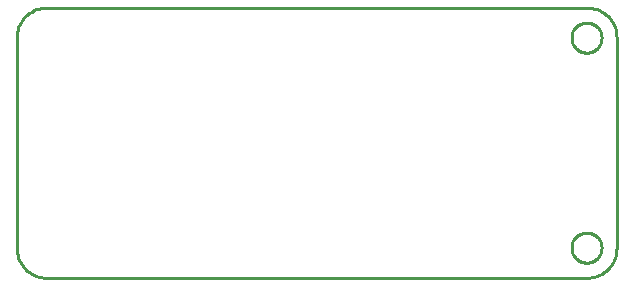
<source format=gbr>
G04 EAGLE Gerber RS-274X export*
G75*
%MOMM*%
%FSLAX34Y34*%
%LPD*%
%IN*%
%IPPOS*%
%AMOC8*
5,1,8,0,0,1.08239X$1,22.5*%
G01*
%ADD10C,0.254000*%


D10*
X0Y25400D02*
X97Y23186D01*
X386Y20989D01*
X865Y18826D01*
X1532Y16713D01*
X2380Y14666D01*
X3403Y12700D01*
X4594Y10831D01*
X5942Y9073D01*
X7440Y7440D01*
X9073Y5942D01*
X10831Y4594D01*
X12700Y3403D01*
X14666Y2380D01*
X16713Y1532D01*
X18826Y865D01*
X20989Y386D01*
X23186Y97D01*
X25400Y0D01*
X482600Y0D01*
X484814Y97D01*
X487011Y386D01*
X489174Y865D01*
X491287Y1532D01*
X493335Y2380D01*
X495300Y3403D01*
X497169Y4594D01*
X498927Y5942D01*
X500561Y7440D01*
X502058Y9073D01*
X503406Y10831D01*
X504597Y12700D01*
X505620Y14666D01*
X506468Y16713D01*
X507135Y18826D01*
X507614Y20989D01*
X507903Y23186D01*
X508000Y25400D01*
X508000Y203200D01*
X507903Y205414D01*
X507614Y207611D01*
X507135Y209774D01*
X506468Y211887D01*
X505620Y213935D01*
X504597Y215900D01*
X503406Y217769D01*
X502058Y219527D01*
X500561Y221161D01*
X498927Y222658D01*
X497169Y224006D01*
X495300Y225197D01*
X493335Y226220D01*
X491287Y227068D01*
X489174Y227735D01*
X487011Y228214D01*
X484814Y228503D01*
X482600Y228600D01*
X25400Y228600D01*
X23186Y228503D01*
X20989Y228214D01*
X18826Y227735D01*
X16713Y227068D01*
X14666Y226220D01*
X12700Y225197D01*
X10831Y224006D01*
X9073Y222658D01*
X7440Y221161D01*
X5942Y219527D01*
X4594Y217769D01*
X3403Y215900D01*
X2380Y213935D01*
X1532Y211887D01*
X865Y209774D01*
X386Y207611D01*
X97Y205414D01*
X0Y203200D01*
X0Y25400D01*
X495300Y202701D02*
X495222Y201706D01*
X495066Y200720D01*
X494833Y199750D01*
X494524Y198801D01*
X494142Y197879D01*
X493689Y196990D01*
X493168Y196139D01*
X492581Y195331D01*
X491933Y194573D01*
X491227Y193867D01*
X490469Y193219D01*
X489661Y192632D01*
X488810Y192111D01*
X487921Y191658D01*
X486999Y191276D01*
X486050Y190967D01*
X485080Y190734D01*
X484094Y190578D01*
X483099Y190500D01*
X482101Y190500D01*
X481106Y190578D01*
X480120Y190734D01*
X479150Y190967D01*
X478201Y191276D01*
X477279Y191658D01*
X476390Y192111D01*
X475539Y192632D01*
X474731Y193219D01*
X473973Y193867D01*
X473267Y194573D01*
X472619Y195331D01*
X472032Y196139D01*
X471511Y196990D01*
X471058Y197879D01*
X470676Y198801D01*
X470367Y199750D01*
X470134Y200720D01*
X469978Y201706D01*
X469900Y202701D01*
X469900Y203699D01*
X469978Y204694D01*
X470134Y205680D01*
X470367Y206650D01*
X470676Y207599D01*
X471058Y208521D01*
X471511Y209410D01*
X472032Y210261D01*
X472619Y211069D01*
X473267Y211827D01*
X473973Y212533D01*
X474731Y213181D01*
X475539Y213768D01*
X476390Y214289D01*
X477279Y214742D01*
X478201Y215124D01*
X479150Y215433D01*
X480120Y215666D01*
X481106Y215822D01*
X482101Y215900D01*
X483099Y215900D01*
X484094Y215822D01*
X485080Y215666D01*
X486050Y215433D01*
X486999Y215124D01*
X487921Y214742D01*
X488810Y214289D01*
X489661Y213768D01*
X490469Y213181D01*
X491227Y212533D01*
X491933Y211827D01*
X492581Y211069D01*
X493168Y210261D01*
X493689Y209410D01*
X494142Y208521D01*
X494524Y207599D01*
X494833Y206650D01*
X495066Y205680D01*
X495222Y204694D01*
X495300Y203699D01*
X495300Y202701D01*
X495300Y24901D02*
X495222Y23906D01*
X495066Y22920D01*
X494833Y21950D01*
X494524Y21001D01*
X494142Y20079D01*
X493689Y19190D01*
X493168Y18339D01*
X492581Y17531D01*
X491933Y16773D01*
X491227Y16067D01*
X490469Y15419D01*
X489661Y14832D01*
X488810Y14311D01*
X487921Y13858D01*
X486999Y13476D01*
X486050Y13167D01*
X485080Y12934D01*
X484094Y12778D01*
X483099Y12700D01*
X482101Y12700D01*
X481106Y12778D01*
X480120Y12934D01*
X479150Y13167D01*
X478201Y13476D01*
X477279Y13858D01*
X476390Y14311D01*
X475539Y14832D01*
X474731Y15419D01*
X473973Y16067D01*
X473267Y16773D01*
X472619Y17531D01*
X472032Y18339D01*
X471511Y19190D01*
X471058Y20079D01*
X470676Y21001D01*
X470367Y21950D01*
X470134Y22920D01*
X469978Y23906D01*
X469900Y24901D01*
X469900Y25899D01*
X469978Y26894D01*
X470134Y27880D01*
X470367Y28850D01*
X470676Y29799D01*
X471058Y30721D01*
X471511Y31610D01*
X472032Y32461D01*
X472619Y33269D01*
X473267Y34027D01*
X473973Y34733D01*
X474731Y35381D01*
X475539Y35968D01*
X476390Y36489D01*
X477279Y36942D01*
X478201Y37324D01*
X479150Y37633D01*
X480120Y37866D01*
X481106Y38022D01*
X482101Y38100D01*
X483099Y38100D01*
X484094Y38022D01*
X485080Y37866D01*
X486050Y37633D01*
X486999Y37324D01*
X487921Y36942D01*
X488810Y36489D01*
X489661Y35968D01*
X490469Y35381D01*
X491227Y34733D01*
X491933Y34027D01*
X492581Y33269D01*
X493168Y32461D01*
X493689Y31610D01*
X494142Y30721D01*
X494524Y29799D01*
X494833Y28850D01*
X495066Y27880D01*
X495222Y26894D01*
X495300Y25899D01*
X495300Y24901D01*
M02*

</source>
